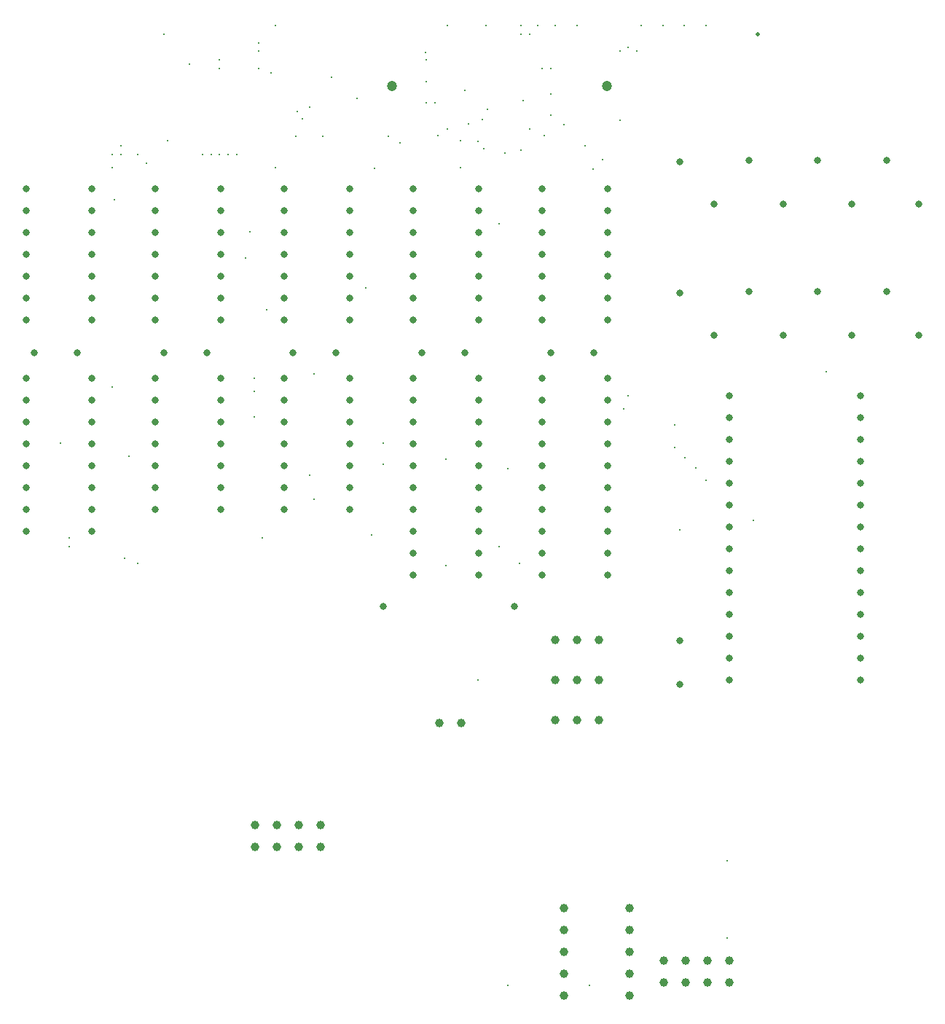
<source format=gbr>
%TF.GenerationSoftware,KiCad,Pcbnew,8.0.1*%
%TF.CreationDate,2024-04-14T22:33:15+02:00*%
%TF.ProjectId,M062.2,4d303632-2e32-42e6-9b69-6361645f7063,1*%
%TF.SameCoordinates,Original*%
%TF.FileFunction,Plated,1,2,PTH,Drill*%
%TF.FilePolarity,Positive*%
%FSLAX46Y46*%
G04 Gerber Fmt 4.6, Leading zero omitted, Abs format (unit mm)*
G04 Created by KiCad (PCBNEW 8.0.1) date 2024-04-14 22:33:15*
%MOMM*%
%LPD*%
G01*
G04 APERTURE LIST*
%TA.AperFunction,ViaDrill*%
%ADD10C,0.300000*%
%TD*%
%TA.AperFunction,ViaDrill*%
%ADD11C,0.500000*%
%TD*%
%TA.AperFunction,ComponentDrill*%
%ADD12C,0.800000*%
%TD*%
%TA.AperFunction,ComponentDrill*%
%ADD13C,1.000000*%
%TD*%
%TA.AperFunction,ComponentDrill*%
%ADD14C,1.200000*%
%TD*%
G04 APERTURE END LIST*
D10*
X105000000Y-97500000D03*
X106000000Y-108500000D03*
X106000000Y-109500000D03*
X111000000Y-64000000D03*
X111000000Y-65500000D03*
X111000000Y-91000000D03*
X111250000Y-69250000D03*
X112000000Y-63000000D03*
X112000000Y-64000000D03*
X112500000Y-110900000D03*
X113000000Y-99000000D03*
X114000000Y-64000000D03*
X114000000Y-111500000D03*
X115000000Y-65000000D03*
X117000000Y-50000000D03*
X117500000Y-62400000D03*
X120000000Y-53500000D03*
X121500000Y-64000000D03*
X122500000Y-64000000D03*
X123500000Y-53000000D03*
X123500000Y-54000000D03*
X123500000Y-64000000D03*
X124500000Y-64000000D03*
X125500000Y-64000000D03*
X126500000Y-76000000D03*
X127000000Y-73000000D03*
X127500000Y-90000000D03*
X127500000Y-91500000D03*
X127500000Y-94500000D03*
X128000000Y-51000000D03*
X128000000Y-52000000D03*
X128000000Y-54000000D03*
X128500000Y-108500000D03*
X129000000Y-82000000D03*
X129500000Y-54500000D03*
X130000000Y-49000000D03*
X130000000Y-65500000D03*
X132324265Y-61875735D03*
X132500000Y-59000000D03*
X133158174Y-59835190D03*
X134000000Y-58500000D03*
X134000000Y-101260000D03*
X134500000Y-89500000D03*
X134500000Y-104000000D03*
X135500000Y-61900000D03*
X136500000Y-55000000D03*
X139500000Y-57500000D03*
X140500000Y-79500000D03*
X141200000Y-108200000D03*
X141500000Y-65599999D03*
X142500000Y-97500000D03*
X142500000Y-100000000D03*
X143100000Y-61900000D03*
X144500000Y-62600000D03*
X147469937Y-52099188D03*
X147500000Y-53011026D03*
X147500000Y-55500000D03*
X147500000Y-58000000D03*
X148500000Y-58000000D03*
X148850001Y-61800000D03*
X149782843Y-111717157D03*
X149800000Y-99400000D03*
X150000000Y-49000000D03*
X150000000Y-61000000D03*
X151500000Y-62400000D03*
X151500000Y-65500000D03*
X152000000Y-56500000D03*
X152425000Y-60400000D03*
X153500000Y-62500000D03*
X153500000Y-125000000D03*
X154000000Y-59900000D03*
X154224265Y-63275735D03*
X154500000Y-49000000D03*
X154600000Y-58700000D03*
X156000000Y-72000000D03*
X156000000Y-109500000D03*
X156674265Y-63825735D03*
X157000000Y-100500000D03*
X157000000Y-160500000D03*
X158353797Y-111520608D03*
X158500000Y-49000000D03*
X158500000Y-50000000D03*
X158500000Y-63500000D03*
X158750765Y-57721475D03*
X159500000Y-50000000D03*
X159500000Y-61000000D03*
X160500000Y-49000000D03*
X161000000Y-54000000D03*
X161199995Y-61800000D03*
X162000000Y-54000000D03*
X162000000Y-57000000D03*
X162000000Y-59400000D03*
X162500000Y-49000000D03*
X163500000Y-60500000D03*
X165000000Y-49000000D03*
X166000000Y-63000000D03*
X166500000Y-160500000D03*
X166905589Y-65675172D03*
X168000000Y-64600000D03*
X170000000Y-60000000D03*
X170060000Y-52000000D03*
X170500000Y-93500000D03*
X171000000Y-51500000D03*
X171000000Y-92000000D03*
X172000000Y-52000000D03*
X172500010Y-48999990D03*
X175000004Y-49000004D03*
X176400000Y-95400000D03*
X176400000Y-98000000D03*
X177000000Y-107600000D03*
X177500000Y-48999996D03*
X177600000Y-99200000D03*
X178800000Y-100400000D03*
X179999990Y-49000000D03*
X180000000Y-101800000D03*
X182500000Y-146000000D03*
X182500000Y-155000000D03*
X185500000Y-106500000D03*
X194000000Y-89200000D03*
D11*
X186000000Y-50000000D03*
D12*
%TO.C,U8*%
X101000000Y-68000000D03*
X101000000Y-70540000D03*
X101000000Y-73080000D03*
X101000000Y-75620000D03*
X101000000Y-78160000D03*
X101000000Y-80700000D03*
X101000000Y-83240000D03*
%TO.C,U5*%
X101000000Y-90000000D03*
X101000000Y-92540000D03*
X101000000Y-95080000D03*
X101000000Y-97620000D03*
X101000000Y-100160000D03*
X101000000Y-102700000D03*
X101000000Y-105240000D03*
X101000000Y-107780000D03*
%TO.C,C2*%
X102000000Y-87000000D03*
X107000000Y-87000000D03*
%TO.C,U8*%
X108620000Y-68000000D03*
X108620000Y-70540000D03*
X108620000Y-73080000D03*
X108620000Y-75620000D03*
X108620000Y-78160000D03*
X108620000Y-80700000D03*
X108620000Y-83240000D03*
%TO.C,U5*%
X108620000Y-90000000D03*
X108620000Y-92540000D03*
X108620000Y-95080000D03*
X108620000Y-97620000D03*
X108620000Y-100160000D03*
X108620000Y-102700000D03*
X108620000Y-105240000D03*
X108620000Y-107780000D03*
%TO.C,U1*%
X116000000Y-68000000D03*
X116000000Y-70540000D03*
X116000000Y-73080000D03*
X116000000Y-75620000D03*
X116000000Y-78160000D03*
X116000000Y-80700000D03*
X116000000Y-83240000D03*
%TO.C,U3*%
X116000000Y-90000000D03*
X116000000Y-92540000D03*
X116000000Y-95080000D03*
X116000000Y-97620000D03*
X116000000Y-100160000D03*
X116000000Y-102700000D03*
X116000000Y-105240000D03*
%TO.C,C3*%
X117000000Y-87000000D03*
X122000000Y-87000000D03*
%TO.C,U1*%
X123620000Y-68000000D03*
X123620000Y-70540000D03*
X123620000Y-73080000D03*
X123620000Y-75620000D03*
X123620000Y-78160000D03*
X123620000Y-80700000D03*
X123620000Y-83240000D03*
%TO.C,U3*%
X123620000Y-90000000D03*
X123620000Y-92540000D03*
X123620000Y-95080000D03*
X123620000Y-97620000D03*
X123620000Y-100160000D03*
X123620000Y-102700000D03*
X123620000Y-105240000D03*
%TO.C,U9*%
X131000000Y-68000000D03*
X131000000Y-70540000D03*
X131000000Y-73080000D03*
X131000000Y-75620000D03*
X131000000Y-78160000D03*
X131000000Y-80700000D03*
X131000000Y-83240000D03*
%TO.C,U6*%
X131000000Y-90000000D03*
X131000000Y-92540000D03*
X131000000Y-95080000D03*
X131000000Y-97620000D03*
X131000000Y-100160000D03*
X131000000Y-102700000D03*
X131000000Y-105240000D03*
%TO.C,C4*%
X132000000Y-87000000D03*
X137000000Y-87000000D03*
%TO.C,U9*%
X138620000Y-68000000D03*
X138620000Y-70540000D03*
X138620000Y-73080000D03*
X138620000Y-75620000D03*
X138620000Y-78160000D03*
X138620000Y-80700000D03*
X138620000Y-83240000D03*
%TO.C,U6*%
X138620000Y-90000000D03*
X138620000Y-92540000D03*
X138620000Y-95080000D03*
X138620000Y-97620000D03*
X138620000Y-100160000D03*
X138620000Y-102700000D03*
X138620000Y-105240000D03*
%TO.C,R9*%
X142500000Y-116500000D03*
%TO.C,U2*%
X146000000Y-68000000D03*
X146000000Y-70540000D03*
X146000000Y-73080000D03*
X146000000Y-75620000D03*
X146000000Y-78160000D03*
X146000000Y-80700000D03*
X146000000Y-83240000D03*
%TO.C,U10*%
X146000000Y-90000000D03*
X146000000Y-92540000D03*
X146000000Y-95080000D03*
X146000000Y-97620000D03*
X146000000Y-100160000D03*
X146000000Y-102700000D03*
X146000000Y-105240000D03*
X146000000Y-107780000D03*
X146000000Y-110320000D03*
X146000000Y-112860000D03*
%TO.C,C5*%
X147000000Y-87000000D03*
X152000000Y-87000000D03*
%TO.C,U2*%
X153620000Y-68000000D03*
X153620000Y-70540000D03*
X153620000Y-73080000D03*
X153620000Y-75620000D03*
X153620000Y-78160000D03*
X153620000Y-80700000D03*
X153620000Y-83240000D03*
%TO.C,U10*%
X153620000Y-90000000D03*
X153620000Y-92540000D03*
X153620000Y-95080000D03*
X153620000Y-97620000D03*
X153620000Y-100160000D03*
X153620000Y-102700000D03*
X153620000Y-105240000D03*
X153620000Y-107780000D03*
X153620000Y-110320000D03*
X153620000Y-112860000D03*
%TO.C,R9*%
X157740000Y-116500000D03*
%TO.C,U4*%
X161000000Y-68000000D03*
X161000000Y-70540000D03*
X161000000Y-73080000D03*
X161000000Y-75620000D03*
X161000000Y-78160000D03*
X161000000Y-80700000D03*
X161000000Y-83240000D03*
%TO.C,U7*%
X161000000Y-90000000D03*
X161000000Y-92540000D03*
X161000000Y-95080000D03*
X161000000Y-97620000D03*
X161000000Y-100160000D03*
X161000000Y-102700000D03*
X161000000Y-105240000D03*
X161000000Y-107780000D03*
X161000000Y-110320000D03*
X161000000Y-112860000D03*
%TO.C,C6*%
X162000000Y-87000000D03*
X167000000Y-87000000D03*
%TO.C,U4*%
X168620000Y-68000000D03*
X168620000Y-70540000D03*
X168620000Y-73080000D03*
X168620000Y-75620000D03*
X168620000Y-78160000D03*
X168620000Y-80700000D03*
X168620000Y-83240000D03*
%TO.C,U7*%
X168620000Y-90000000D03*
X168620000Y-92540000D03*
X168620000Y-95080000D03*
X168620000Y-97620000D03*
X168620000Y-100160000D03*
X168620000Y-102700000D03*
X168620000Y-105240000D03*
X168620000Y-107780000D03*
X168620000Y-110320000D03*
X168620000Y-112860000D03*
%TO.C,R8*%
X177000000Y-64840000D03*
X177000000Y-80080000D03*
%TO.C,C7*%
X177000000Y-120500000D03*
X177000000Y-125500000D03*
%TO.C,R7*%
X181000000Y-69760000D03*
X181000000Y-85000000D03*
%TO.C,U11*%
X182760000Y-91980000D03*
X182760000Y-94520000D03*
X182760000Y-97060000D03*
X182760000Y-99600000D03*
X182760000Y-102140000D03*
X182760000Y-104680000D03*
X182760000Y-107220000D03*
X182760000Y-109760000D03*
X182760000Y-112300000D03*
X182760000Y-114840000D03*
X182760000Y-117380000D03*
X182760000Y-119920000D03*
X182760000Y-122460000D03*
X182760000Y-125000000D03*
%TO.C,R6*%
X185000000Y-64680000D03*
X185000000Y-79920000D03*
%TO.C,R5*%
X189000000Y-69760000D03*
X189000000Y-85000000D03*
%TO.C,R4*%
X193000000Y-64680000D03*
X193000000Y-79920000D03*
%TO.C,R3*%
X197000000Y-69760000D03*
X197000000Y-85000000D03*
%TO.C,U11*%
X198000000Y-91980000D03*
X198000000Y-94520000D03*
X198000000Y-97060000D03*
X198000000Y-99600000D03*
X198000000Y-102140000D03*
X198000000Y-104680000D03*
X198000000Y-107220000D03*
X198000000Y-109760000D03*
X198000000Y-112300000D03*
X198000000Y-114840000D03*
X198000000Y-117380000D03*
X198000000Y-119920000D03*
X198000000Y-122460000D03*
X198000000Y-125000000D03*
%TO.C,R2*%
X201000000Y-64680000D03*
X201000000Y-79920000D03*
%TO.C,R1*%
X204760000Y-69760000D03*
X204760000Y-85000000D03*
D13*
%TO.C,J1*%
X127650000Y-141875000D03*
X127650000Y-144415000D03*
X130190000Y-141875000D03*
X130190000Y-144415000D03*
X132730000Y-141875000D03*
X132730000Y-144415000D03*
X135270000Y-141875000D03*
X135270000Y-144415000D03*
%TO.C,JP2*%
X149000000Y-130000000D03*
X151540000Y-130000000D03*
%TO.C,JP4*%
X162475000Y-120350000D03*
%TO.C,JP3*%
X162475000Y-125000000D03*
%TO.C,JP1*%
X162475000Y-129650000D03*
%TO.C,U12*%
X163500000Y-151500000D03*
X163500000Y-154040000D03*
X163500000Y-156580000D03*
X163500000Y-159120000D03*
X163500000Y-161660000D03*
%TO.C,JP4*%
X165015000Y-120350000D03*
%TO.C,JP3*%
X165015000Y-125000000D03*
%TO.C,JP1*%
X165015000Y-129650000D03*
%TO.C,JP4*%
X167555000Y-120350000D03*
%TO.C,JP3*%
X167555000Y-125000000D03*
%TO.C,JP1*%
X167555000Y-129650000D03*
%TO.C,U12*%
X171120000Y-151500000D03*
X171120000Y-154040000D03*
X171120000Y-156580000D03*
X171120000Y-159120000D03*
X171120000Y-161660000D03*
%TO.C,J2*%
X175080000Y-157660000D03*
X175080000Y-160200000D03*
X177620000Y-157660000D03*
X177620000Y-160200000D03*
X180160000Y-157660000D03*
X180160000Y-160200000D03*
X182700000Y-157660000D03*
X182700000Y-160200000D03*
D14*
%TO.C,C1*%
X143500000Y-56000000D03*
X168500000Y-56000000D03*
M02*

</source>
